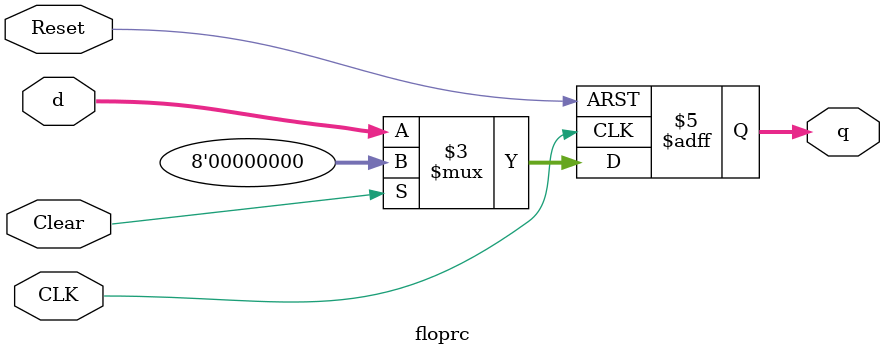
<source format=v>
`timescale 1ns / 1ps


module floprc#(parameter WIDTH = 8) (CLK, Reset, Clear, d, q);
	input CLK; //clock
	input Reset; //reset
	input Clear;//clear
	input [WIDTH - 1: 0] d; //
	output reg [WIDTH - 1: 0] q;
	
	always @(posedge CLK, posedge Reset)
	begin
		if (Reset) q <= 0;
		else if(Clear) q <= 0;
		else q <= d;// d fist, q second
	end
endmodule

</source>
